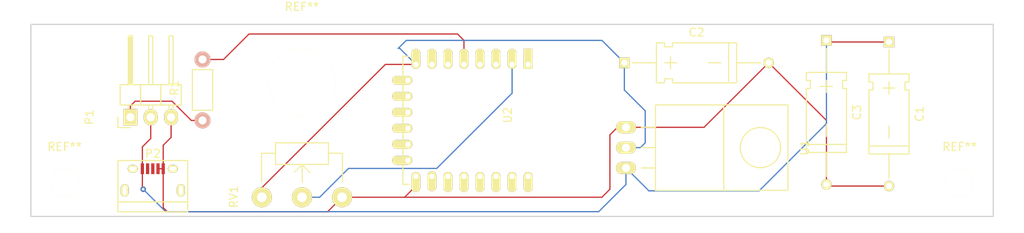
<source format=kicad_pcb>
(kicad_pcb (version 4) (host pcbnew 4.0.4+dfsg1-stable)

  (general
    (links 18)
    (no_connects 0)
    (area 67.124999 84.124999 187.275001 108.275001)
    (thickness 1.6)
    (drawings 5)
    (tracks 66)
    (zones 0)
    (modules 12)
    (nets 7)
  )

  (page A4)
  (layers
    (0 F.Cu signal)
    (31 B.Cu signal)
    (32 B.Adhes user)
    (33 F.Adhes user)
    (34 B.Paste user)
    (35 F.Paste user)
    (36 B.SilkS user)
    (37 F.SilkS user)
    (38 B.Mask user)
    (39 F.Mask user)
    (40 Dwgs.User user)
    (41 Cmts.User user)
    (42 Eco1.User user)
    (43 Eco2.User user)
    (44 Edge.Cuts user)
    (45 Margin user)
    (46 B.CrtYd user)
    (47 F.CrtYd user)
    (48 B.Fab user)
    (49 F.Fab user)
  )

  (setup
    (last_trace_width 0.1524)
    (trace_clearance 0.1524)
    (zone_clearance 0.508)
    (zone_45_only yes)
    (trace_min 0.1524)
    (segment_width 0.2)
    (edge_width 0.15)
    (via_size 0.6858)
    (via_drill 0.3302)
    (via_min_size 0.6858)
    (via_min_drill 0.3302)
    (uvia_size 0.762)
    (uvia_drill 0.508)
    (uvias_allowed no)
    (uvia_min_size 0)
    (uvia_min_drill 0)
    (pcb_text_width 0.3)
    (pcb_text_size 1.5 1.5)
    (mod_edge_width 0.15)
    (mod_text_size 1 1)
    (mod_text_width 0.15)
    (pad_size 1.524 1.524)
    (pad_drill 0.762)
    (pad_to_mask_clearance 0.2)
    (aux_axis_origin 0 0)
    (visible_elements FFFFFF7F)
    (pcbplotparams
      (layerselection 0x00030_80000001)
      (usegerberextensions false)
      (excludeedgelayer true)
      (linewidth 0.100000)
      (plotframeref false)
      (viasonmask false)
      (mode 1)
      (useauxorigin false)
      (hpglpennumber 1)
      (hpglpenspeed 20)
      (hpglpendiameter 15)
      (hpglpenoverlay 2)
      (psnegative false)
      (psa4output false)
      (plotreference true)
      (plotvalue true)
      (plotinvisibletext false)
      (padsonsilk false)
      (subtractmaskfromsilk false)
      (outputformat 1)
      (mirror false)
      (drillshape 1)
      (scaleselection 1)
      (outputdirectory ""))
  )

  (net 0 "")
  (net 1 GND)
  (net 2 "Net-(C2-Pad1)")
  (net 3 "Net-(P1-Pad1)")
  (net 4 "Net-(R1-Pad2)")
  (net 5 "Net-(RV1-Pad2)")
  (net 6 "Net-(C1-Pad1)")

  (net_class Default "This is the default net class."
    (clearance 0.1524)
    (trace_width 0.1524)
    (via_dia 0.6858)
    (via_drill 0.3302)
    (uvia_dia 0.762)
    (uvia_drill 0.508)
    (add_net GND)
    (add_net "Net-(C1-Pad1)")
    (add_net "Net-(C2-Pad1)")
    (add_net "Net-(P1-Pad1)")
    (add_net "Net-(R1-Pad2)")
    (add_net "Net-(RV1-Pad2)")
  )

  (module Capacitors_ThroughHole:C_Axial_D5_L11_P18 (layer F.Cu) (tedit 0) (tstamp 58BC6877)
    (at 174.2 86.4 270)
    (descr "Axial Electrolytic Capacitor Diameter 5mm x Length 11mm, Pitch 18mm")
    (tags "Electrolytic Capacitor")
    (path /58BC6897)
    (fp_text reference C1 (at 9 -3.8 270) (layer F.SilkS)
      (effects (font (size 1 1) (thickness 0.15)))
    )
    (fp_text value 100nF (at 9 3.8 270) (layer F.Fab)
      (effects (font (size 1 1) (thickness 0.15)))
    )
    (fp_line (start 6 2.5) (end 14 2.5) (layer F.SilkS) (width 0.15))
    (fp_line (start 5 2.5) (end 4 2.5) (layer F.SilkS) (width 0.15))
    (fp_line (start 5 -2.5) (end 4 -2.5) (layer F.SilkS) (width 0.15))
    (fp_line (start 14 -2.5) (end 6 -2.5) (layer F.SilkS) (width 0.15))
    (fp_line (start 14 2.5) (end 14 -2.5) (layer F.SilkS) (width 0.15))
    (fp_line (start 13 -2.5) (end 13 2.5) (layer F.SilkS) (width 0.15))
    (fp_line (start 4 2.5) (end 4 -2.5) (layer F.SilkS) (width 0.15))
    (fp_line (start 6 2.5) (end 6 2) (layer F.SilkS) (width 0.15))
    (fp_line (start 6 2) (end 5 2) (layer F.SilkS) (width 0.15))
    (fp_line (start 5 2) (end 5 2.5) (layer F.SilkS) (width 0.15))
    (fp_line (start 5 -2.5) (end 5 -2) (layer F.SilkS) (width 0.15))
    (fp_line (start 5 -2) (end 6 -2) (layer F.SilkS) (width 0.15))
    (fp_line (start 6 -2) (end 6 -2.5) (layer F.SilkS) (width 0.15))
    (fp_line (start 17 0) (end 14 0) (layer F.SilkS) (width 0.15))
    (fp_line (start 4 0) (end 1 0) (layer F.SilkS) (width 0.15))
    (fp_line (start 10.5 0) (end 12 0) (layer F.SilkS) (width 0.15))
    (fp_line (start 5 0) (end 6.5 0) (layer F.SilkS) (width 0.15))
    (fp_line (start 5.75 0.75) (end 5.75 -0.75) (layer F.SilkS) (width 0.15))
    (fp_line (start -1 -2.8) (end 19 -2.8) (layer F.CrtYd) (width 0.05))
    (fp_line (start 19 -2.8) (end 19 2.8) (layer F.CrtYd) (width 0.05))
    (fp_line (start 19 2.8) (end -1 2.8) (layer F.CrtYd) (width 0.05))
    (fp_line (start -1 2.8) (end -1 -2.8) (layer F.CrtYd) (width 0.05))
    (pad 1 thru_hole rect (at 0 0 270) (size 1.3 1.3) (drill 0.8) (layers *.Cu *.Mask F.SilkS)
      (net 6 "Net-(C1-Pad1)"))
    (pad 2 thru_hole circle (at 18 0 270) (size 1.3 1.3) (drill 0.8) (layers *.Cu *.Mask F.SilkS)
      (net 1 GND))
    (model Capacitors_ThroughHole.3dshapes/C_Axial_D5_L11_P18.wrl
      (at (xyz 0.354331 0 0))
      (scale (xyz 1 1 1))
      (rotate (xyz 0 0 180))
    )
  )

  (module Capacitors_ThroughHole:C_Axial_D5_L11_P18 (layer F.Cu) (tedit 0) (tstamp 58BC687D)
    (at 141.2 89)
    (descr "Axial Electrolytic Capacitor Diameter 5mm x Length 11mm, Pitch 18mm")
    (tags "Electrolytic Capacitor")
    (path /58BC693B)
    (fp_text reference C2 (at 9 -3.8) (layer F.SilkS)
      (effects (font (size 1 1) (thickness 0.15)))
    )
    (fp_text value 10uF (at 9 3.8) (layer F.Fab)
      (effects (font (size 1 1) (thickness 0.15)))
    )
    (fp_line (start 6 2.5) (end 14 2.5) (layer F.SilkS) (width 0.15))
    (fp_line (start 5 2.5) (end 4 2.5) (layer F.SilkS) (width 0.15))
    (fp_line (start 5 -2.5) (end 4 -2.5) (layer F.SilkS) (width 0.15))
    (fp_line (start 14 -2.5) (end 6 -2.5) (layer F.SilkS) (width 0.15))
    (fp_line (start 14 2.5) (end 14 -2.5) (layer F.SilkS) (width 0.15))
    (fp_line (start 13 -2.5) (end 13 2.5) (layer F.SilkS) (width 0.15))
    (fp_line (start 4 2.5) (end 4 -2.5) (layer F.SilkS) (width 0.15))
    (fp_line (start 6 2.5) (end 6 2) (layer F.SilkS) (width 0.15))
    (fp_line (start 6 2) (end 5 2) (layer F.SilkS) (width 0.15))
    (fp_line (start 5 2) (end 5 2.5) (layer F.SilkS) (width 0.15))
    (fp_line (start 5 -2.5) (end 5 -2) (layer F.SilkS) (width 0.15))
    (fp_line (start 5 -2) (end 6 -2) (layer F.SilkS) (width 0.15))
    (fp_line (start 6 -2) (end 6 -2.5) (layer F.SilkS) (width 0.15))
    (fp_line (start 17 0) (end 14 0) (layer F.SilkS) (width 0.15))
    (fp_line (start 4 0) (end 1 0) (layer F.SilkS) (width 0.15))
    (fp_line (start 10.5 0) (end 12 0) (layer F.SilkS) (width 0.15))
    (fp_line (start 5 0) (end 6.5 0) (layer F.SilkS) (width 0.15))
    (fp_line (start 5.75 0.75) (end 5.75 -0.75) (layer F.SilkS) (width 0.15))
    (fp_line (start -1 -2.8) (end 19 -2.8) (layer F.CrtYd) (width 0.05))
    (fp_line (start 19 -2.8) (end 19 2.8) (layer F.CrtYd) (width 0.05))
    (fp_line (start 19 2.8) (end -1 2.8) (layer F.CrtYd) (width 0.05))
    (fp_line (start -1 2.8) (end -1 -2.8) (layer F.CrtYd) (width 0.05))
    (pad 1 thru_hole rect (at 0 0) (size 1.3 1.3) (drill 0.8) (layers *.Cu *.Mask F.SilkS)
      (net 2 "Net-(C2-Pad1)"))
    (pad 2 thru_hole circle (at 18 0) (size 1.3 1.3) (drill 0.8) (layers *.Cu *.Mask F.SilkS)
      (net 1 GND))
    (model Capacitors_ThroughHole.3dshapes/C_Axial_D5_L11_P18.wrl
      (at (xyz 0.354331 0 0))
      (scale (xyz 1 1 1))
      (rotate (xyz 0 0 180))
    )
  )

  (module Capacitors_ThroughHole:C_Axial_D5_L11_P18 (layer F.Cu) (tedit 0) (tstamp 58BC6883)
    (at 166.4 86.2 270)
    (descr "Axial Electrolytic Capacitor Diameter 5mm x Length 11mm, Pitch 18mm")
    (tags "Electrolytic Capacitor")
    (path /58BC6555)
    (fp_text reference C3 (at 9 -3.8 270) (layer F.SilkS)
      (effects (font (size 1 1) (thickness 0.15)))
    )
    (fp_text value 100uF (at 9 3.8 270) (layer F.Fab)
      (effects (font (size 1 1) (thickness 0.15)))
    )
    (fp_line (start 6 2.5) (end 14 2.5) (layer F.SilkS) (width 0.15))
    (fp_line (start 5 2.5) (end 4 2.5) (layer F.SilkS) (width 0.15))
    (fp_line (start 5 -2.5) (end 4 -2.5) (layer F.SilkS) (width 0.15))
    (fp_line (start 14 -2.5) (end 6 -2.5) (layer F.SilkS) (width 0.15))
    (fp_line (start 14 2.5) (end 14 -2.5) (layer F.SilkS) (width 0.15))
    (fp_line (start 13 -2.5) (end 13 2.5) (layer F.SilkS) (width 0.15))
    (fp_line (start 4 2.5) (end 4 -2.5) (layer F.SilkS) (width 0.15))
    (fp_line (start 6 2.5) (end 6 2) (layer F.SilkS) (width 0.15))
    (fp_line (start 6 2) (end 5 2) (layer F.SilkS) (width 0.15))
    (fp_line (start 5 2) (end 5 2.5) (layer F.SilkS) (width 0.15))
    (fp_line (start 5 -2.5) (end 5 -2) (layer F.SilkS) (width 0.15))
    (fp_line (start 5 -2) (end 6 -2) (layer F.SilkS) (width 0.15))
    (fp_line (start 6 -2) (end 6 -2.5) (layer F.SilkS) (width 0.15))
    (fp_line (start 17 0) (end 14 0) (layer F.SilkS) (width 0.15))
    (fp_line (start 4 0) (end 1 0) (layer F.SilkS) (width 0.15))
    (fp_line (start 10.5 0) (end 12 0) (layer F.SilkS) (width 0.15))
    (fp_line (start 5 0) (end 6.5 0) (layer F.SilkS) (width 0.15))
    (fp_line (start 5.75 0.75) (end 5.75 -0.75) (layer F.SilkS) (width 0.15))
    (fp_line (start -1 -2.8) (end 19 -2.8) (layer F.CrtYd) (width 0.05))
    (fp_line (start 19 -2.8) (end 19 2.8) (layer F.CrtYd) (width 0.05))
    (fp_line (start 19 2.8) (end -1 2.8) (layer F.CrtYd) (width 0.05))
    (fp_line (start -1 2.8) (end -1 -2.8) (layer F.CrtYd) (width 0.05))
    (pad 1 thru_hole rect (at 0 0 270) (size 1.3 1.3) (drill 0.8) (layers *.Cu *.Mask F.SilkS)
      (net 6 "Net-(C1-Pad1)"))
    (pad 2 thru_hole circle (at 18 0 270) (size 1.3 1.3) (drill 0.8) (layers *.Cu *.Mask F.SilkS)
      (net 1 GND))
    (model Capacitors_ThroughHole.3dshapes/C_Axial_D5_L11_P18.wrl
      (at (xyz 0.354331 0 0))
      (scale (xyz 1 1 1))
      (rotate (xyz 0 0 180))
    )
  )

  (module Pin_Headers:Pin_Header_Angled_1x03 (layer F.Cu) (tedit 0) (tstamp 58BC688A)
    (at 79.6 95.8 90)
    (descr "Through hole pin header")
    (tags "pin header")
    (path /58BC631B)
    (fp_text reference P1 (at 0 -5.1 90) (layer F.SilkS)
      (effects (font (size 1 1) (thickness 0.15)))
    )
    (fp_text value CONN_01X03 (at 0 -3.1 90) (layer F.Fab)
      (effects (font (size 1 1) (thickness 0.15)))
    )
    (fp_line (start -1.5 -1.75) (end -1.5 6.85) (layer F.CrtYd) (width 0.05))
    (fp_line (start 10.65 -1.75) (end 10.65 6.85) (layer F.CrtYd) (width 0.05))
    (fp_line (start -1.5 -1.75) (end 10.65 -1.75) (layer F.CrtYd) (width 0.05))
    (fp_line (start -1.5 6.85) (end 10.65 6.85) (layer F.CrtYd) (width 0.05))
    (fp_line (start -1.3 -1.55) (end -1.3 0) (layer F.SilkS) (width 0.15))
    (fp_line (start 0 -1.55) (end -1.3 -1.55) (layer F.SilkS) (width 0.15))
    (fp_line (start 4.191 -0.127) (end 10.033 -0.127) (layer F.SilkS) (width 0.15))
    (fp_line (start 10.033 -0.127) (end 10.033 0.127) (layer F.SilkS) (width 0.15))
    (fp_line (start 10.033 0.127) (end 4.191 0.127) (layer F.SilkS) (width 0.15))
    (fp_line (start 4.191 0.127) (end 4.191 0) (layer F.SilkS) (width 0.15))
    (fp_line (start 4.191 0) (end 10.033 0) (layer F.SilkS) (width 0.15))
    (fp_line (start 1.524 -0.254) (end 1.143 -0.254) (layer F.SilkS) (width 0.15))
    (fp_line (start 1.524 0.254) (end 1.143 0.254) (layer F.SilkS) (width 0.15))
    (fp_line (start 1.524 2.286) (end 1.143 2.286) (layer F.SilkS) (width 0.15))
    (fp_line (start 1.524 2.794) (end 1.143 2.794) (layer F.SilkS) (width 0.15))
    (fp_line (start 1.524 4.826) (end 1.143 4.826) (layer F.SilkS) (width 0.15))
    (fp_line (start 1.524 5.334) (end 1.143 5.334) (layer F.SilkS) (width 0.15))
    (fp_line (start 4.064 1.27) (end 4.064 -1.27) (layer F.SilkS) (width 0.15))
    (fp_line (start 10.16 0.254) (end 4.064 0.254) (layer F.SilkS) (width 0.15))
    (fp_line (start 10.16 -0.254) (end 10.16 0.254) (layer F.SilkS) (width 0.15))
    (fp_line (start 4.064 -0.254) (end 10.16 -0.254) (layer F.SilkS) (width 0.15))
    (fp_line (start 1.524 1.27) (end 4.064 1.27) (layer F.SilkS) (width 0.15))
    (fp_line (start 1.524 -1.27) (end 1.524 1.27) (layer F.SilkS) (width 0.15))
    (fp_line (start 1.524 -1.27) (end 4.064 -1.27) (layer F.SilkS) (width 0.15))
    (fp_line (start 1.524 3.81) (end 4.064 3.81) (layer F.SilkS) (width 0.15))
    (fp_line (start 1.524 3.81) (end 1.524 6.35) (layer F.SilkS) (width 0.15))
    (fp_line (start 4.064 4.826) (end 10.16 4.826) (layer F.SilkS) (width 0.15))
    (fp_line (start 10.16 4.826) (end 10.16 5.334) (layer F.SilkS) (width 0.15))
    (fp_line (start 10.16 5.334) (end 4.064 5.334) (layer F.SilkS) (width 0.15))
    (fp_line (start 4.064 6.35) (end 4.064 3.81) (layer F.SilkS) (width 0.15))
    (fp_line (start 4.064 3.81) (end 4.064 1.27) (layer F.SilkS) (width 0.15))
    (fp_line (start 10.16 2.794) (end 4.064 2.794) (layer F.SilkS) (width 0.15))
    (fp_line (start 10.16 2.286) (end 10.16 2.794) (layer F.SilkS) (width 0.15))
    (fp_line (start 4.064 2.286) (end 10.16 2.286) (layer F.SilkS) (width 0.15))
    (fp_line (start 1.524 3.81) (end 4.064 3.81) (layer F.SilkS) (width 0.15))
    (fp_line (start 1.524 1.27) (end 1.524 3.81) (layer F.SilkS) (width 0.15))
    (fp_line (start 1.524 1.27) (end 4.064 1.27) (layer F.SilkS) (width 0.15))
    (fp_line (start 1.524 6.35) (end 4.064 6.35) (layer F.SilkS) (width 0.15))
    (pad 1 thru_hole rect (at 0 0 90) (size 2.032 1.7272) (drill 1.016) (layers *.Cu *.Mask F.SilkS)
      (net 3 "Net-(P1-Pad1)"))
    (pad 2 thru_hole oval (at 0 2.54 90) (size 2.032 1.7272) (drill 1.016) (layers *.Cu *.Mask F.SilkS)
      (net 6 "Net-(C1-Pad1)"))
    (pad 3 thru_hole oval (at 0 5.08 90) (size 2.032 1.7272) (drill 1.016) (layers *.Cu *.Mask F.SilkS)
      (net 1 GND))
    (model Pin_Headers.3dshapes/Pin_Header_Angled_1x03.wrl
      (at (xyz 0 -0.1 0))
      (scale (xyz 1 1 1))
      (rotate (xyz 0 0 90))
    )
  )

  (module Resistors_ThroughHole:Resistor_Horizontal_RM7mm (layer F.Cu) (tedit 569FCF07) (tstamp 58BC6890)
    (at 88.6 96.2 90)
    (descr "Resistor, Axial,  RM 7.62mm, 1/3W,")
    (tags "Resistor Axial RM 7.62mm 1/3W R3")
    (path /58BC6467)
    (fp_text reference R1 (at 4.05892 -3.50012 90) (layer F.SilkS)
      (effects (font (size 1 1) (thickness 0.15)))
    )
    (fp_text value 1kOhm (at 3.81 3.81 90) (layer F.Fab)
      (effects (font (size 1 1) (thickness 0.15)))
    )
    (fp_line (start -1.25 -1.5) (end 8.85 -1.5) (layer F.CrtYd) (width 0.05))
    (fp_line (start -1.25 1.5) (end -1.25 -1.5) (layer F.CrtYd) (width 0.05))
    (fp_line (start 8.85 -1.5) (end 8.85 1.5) (layer F.CrtYd) (width 0.05))
    (fp_line (start -1.25 1.5) (end 8.85 1.5) (layer F.CrtYd) (width 0.05))
    (fp_line (start 1.27 -1.27) (end 6.35 -1.27) (layer F.SilkS) (width 0.15))
    (fp_line (start 6.35 -1.27) (end 6.35 1.27) (layer F.SilkS) (width 0.15))
    (fp_line (start 6.35 1.27) (end 1.27 1.27) (layer F.SilkS) (width 0.15))
    (fp_line (start 1.27 1.27) (end 1.27 -1.27) (layer F.SilkS) (width 0.15))
    (pad 1 thru_hole circle (at 0 0 90) (size 1.99898 1.99898) (drill 1.00076) (layers *.Cu *.SilkS *.Mask)
      (net 3 "Net-(P1-Pad1)"))
    (pad 2 thru_hole circle (at 7.62 0 90) (size 1.99898 1.99898) (drill 1.00076) (layers *.Cu *.SilkS *.Mask)
      (net 4 "Net-(R1-Pad2)"))
  )

  (module Potentiometers:Potentiometer_WirePads_largePads (layer F.Cu) (tedit 5446FD75) (tstamp 58BC6897)
    (at 96 105.8 90)
    (descr "Potentiometer, Wire Pads only, RevA, 30 July 2010,")
    (tags "Potentiometer, Wire Pads only, RevA, 30 July 2010,")
    (path /58BC60B2)
    (fp_text reference RV1 (at 0.0508 -3.49758 90) (layer F.SilkS)
      (effects (font (size 1 1) (thickness 0.15)))
    )
    (fp_text value 10kOhm (at -1.34874 13.25118 90) (layer F.Fab)
      (effects (font (size 1 1) (thickness 0.15)))
    )
    (fp_line (start 5.4991 10.05078) (end 1.95072 10.05078) (layer F.SilkS) (width 0.15))
    (fp_line (start 5.4991 8.30072) (end 5.4991 10.05078) (layer F.SilkS) (width 0.15))
    (fp_line (start 5.4991 1.7018) (end 5.4991 -0.04826) (layer F.SilkS) (width 0.15))
    (fp_line (start 5.4991 -0.04826) (end 1.89992 -0.04826) (layer F.SilkS) (width 0.15))
    (fp_line (start 4.09956 5.00126) (end 1.84912 5.05206) (layer F.SilkS) (width 0.15))
    (fp_line (start 4.09956 5.00126) (end 3.0988 5.95122) (layer F.SilkS) (width 0.15))
    (fp_line (start 4.09956 5.05206) (end 3.1496 4.0513) (layer F.SilkS) (width 0.15))
    (fp_line (start 4.09956 1.7018) (end 6.79958 1.7018) (layer F.SilkS) (width 0.15))
    (fp_line (start 6.79958 1.7018) (end 6.79958 8.30072) (layer F.SilkS) (width 0.15))
    (fp_line (start 6.79958 8.30072) (end 4.09956 8.30072) (layer F.SilkS) (width 0.15))
    (fp_line (start 4.09956 8.30072) (end 4.09956 1.7018) (layer F.SilkS) (width 0.15))
    (pad 2 thru_hole circle (at 0 5.00126 90) (size 2.49936 2.49936) (drill 1.19888) (layers *.Cu *.Mask F.SilkS)
      (net 5 "Net-(RV1-Pad2)"))
    (pad 3 thru_hole circle (at 0 10.00252 90) (size 2.49936 2.49936) (drill 1.19888) (layers *.Cu *.Mask F.SilkS)
      (net 1 GND))
    (pad 1 thru_hole circle (at 0 0 90) (size 2.49936 2.49936) (drill 1.19888) (layers *.Cu *.Mask F.SilkS)
      (net 2 "Net-(C2-Pad1)"))
  )

  (module ESP8266:ESP-12E (layer F.Cu) (tedit 58B47889) (tstamp 58BC68B9)
    (at 129.2 89.2 270)
    (descr "Module, ESP-8266, ESP-12, 16 pad, SMD")
    (tags "Module ESP-8266 ESP8266")
    (path /58BC5888)
    (fp_text reference U2 (at 6.35 2.54 270) (layer F.SilkS)
      (effects (font (size 1 1) (thickness 0.15)))
    )
    (fp_text value ESP-12E (at 6.35 6.35 270) (layer F.Fab) hide
      (effects (font (size 1 1) (thickness 0.15)))
    )
    (fp_line (start -2.25 -0.5) (end -2.25 -8.75) (layer F.CrtYd) (width 0.05))
    (fp_line (start -2.25 -8.75) (end 15.25 -8.75) (layer F.CrtYd) (width 0.05))
    (fp_line (start 15.25 -8.75) (end 16.25 -8.75) (layer F.CrtYd) (width 0.05))
    (fp_line (start 16.25 -8.75) (end 16.25 16) (layer F.CrtYd) (width 0.05))
    (fp_line (start 16.25 16) (end -2.25 16) (layer F.CrtYd) (width 0.05))
    (fp_line (start -2.25 16) (end -2.25 -0.5) (layer F.CrtYd) (width 0.05))
    (fp_line (start -1.016 -8.382) (end 14.986 -8.382) (layer F.CrtYd) (width 0.1524))
    (fp_line (start 14.986 -8.382) (end 14.986 -0.889) (layer F.CrtYd) (width 0.1524))
    (fp_line (start -1.016 -8.382) (end -1.016 -1.016) (layer F.CrtYd) (width 0.1524))
    (fp_line (start -1.016 14.859) (end -1.016 15.621) (layer F.SilkS) (width 0.1524))
    (fp_line (start -1.016 15.621) (end 14.986 15.621) (layer F.SilkS) (width 0.1524))
    (fp_line (start 14.986 15.621) (end 14.986 14.859) (layer F.SilkS) (width 0.1524))
    (fp_line (start 14.992 -8.4) (end -1.008 -2.6) (layer F.CrtYd) (width 0.1524))
    (fp_line (start -1.008 -8.4) (end 14.992 -2.6) (layer F.CrtYd) (width 0.1524))
    (fp_text user "No Copper" (at 6.892 -5.4 270) (layer F.CrtYd)
      (effects (font (size 1 1) (thickness 0.15)))
    )
    (fp_line (start -1.008 -2.6) (end 14.992 -2.6) (layer F.CrtYd) (width 0.1524))
    (fp_line (start 15 -8.4) (end 15 15.6) (layer F.Fab) (width 0.05))
    (fp_line (start 14.992 15.6) (end -1.008 15.6) (layer F.Fab) (width 0.05))
    (fp_line (start -1.008 15.6) (end -1.008 -8.4) (layer F.Fab) (width 0.05))
    (fp_line (start -1.008 -8.4) (end 14.992 -8.4) (layer F.Fab) (width 0.05))
    (pad 1 thru_hole rect (at 0 0 270) (size 2.5 1.1) (drill 0.65 (offset -0.7 0)) (layers *.Cu *.Mask F.SilkS))
    (pad 2 thru_hole oval (at 0 2 270) (size 2.5 1.1) (drill 0.65 (offset -0.7 0)) (layers *.Cu *.Mask F.SilkS)
      (net 5 "Net-(RV1-Pad2)"))
    (pad 3 thru_hole oval (at 0 4 270) (size 2.5 1.1) (drill 0.65 (offset -0.7 0)) (layers *.Cu *.Mask F.SilkS))
    (pad 4 thru_hole oval (at 0 6 270) (size 2.5 1.1) (drill 0.65 (offset -0.7 0)) (layers *.Cu *.Mask F.SilkS))
    (pad 5 thru_hole oval (at 0 8 270) (size 2.5 1.1) (drill 0.65 (offset -0.7 0)) (layers *.Cu *.Mask F.SilkS)
      (net 4 "Net-(R1-Pad2)"))
    (pad 6 thru_hole oval (at 0 10 270) (size 2.5 1.1) (drill 0.65 (offset -0.7 0)) (layers *.Cu *.Mask F.SilkS))
    (pad 7 thru_hole oval (at 0 12 270) (size 2.5 1.1) (drill 0.65 (offset -0.7 0)) (layers *.Cu *.Mask F.SilkS))
    (pad 8 thru_hole oval (at 0 14 270) (size 2.5 1.1) (drill 0.65 (offset -0.7 0)) (layers *.Cu *.Mask F.SilkS)
      (net 2 "Net-(C2-Pad1)"))
    (pad 9 thru_hole oval (at 14 14 270) (size 2.5 1.1) (drill 0.65 (offset 0.7 0)) (layers *.Cu *.Mask F.SilkS)
      (net 1 GND))
    (pad 10 thru_hole oval (at 14 12 270) (size 2.5 1.1) (drill 0.65 (offset 0.6 0)) (layers *.Cu *.Mask F.SilkS))
    (pad 11 thru_hole oval (at 14 10 270) (size 2.5 1.1) (drill 0.65 (offset 0.7 0)) (layers *.Cu *.Mask F.SilkS))
    (pad 12 thru_hole oval (at 14 8 270) (size 2.5 1.1) (drill 0.65 (offset 0.7 0)) (layers *.Cu *.Mask F.SilkS))
    (pad 13 thru_hole oval (at 14 6 270) (size 2.5 1.1) (drill 0.65 (offset 0.7 0)) (layers *.Cu *.Mask F.SilkS))
    (pad 14 thru_hole oval (at 14 4 270) (size 2.5 1.1) (drill 0.65 (offset 0.7 0)) (layers *.Cu *.Mask F.SilkS))
    (pad 15 thru_hole oval (at 14 2 270) (size 2.5 1.1) (drill 0.65 (offset 0.7 0)) (layers *.Cu *.Mask F.SilkS))
    (pad 16 thru_hole oval (at 14 0 270) (size 2.5 1.1) (drill 0.65 (offset 0.7 0)) (layers *.Cu *.Mask F.SilkS))
    (pad 17 thru_hole oval (at 1.99 15) (size 2.5 1.1) (drill 0.65 (offset -0.7 0)) (layers *.Cu *.Mask F.SilkS))
    (pad 18 thru_hole oval (at 3.99 15) (size 2.5 1.1) (drill 0.65 (offset -0.7 0)) (layers *.Cu *.Mask F.SilkS))
    (pad 19 thru_hole oval (at 5.99 15) (size 2.5 1.1) (drill 0.65 (offset -0.7 0)) (layers *.Cu *.Mask F.SilkS))
    (pad 20 thru_hole oval (at 7.99 15) (size 2.5 1.1) (drill 0.65 (offset -0.7 0)) (layers *.Cu *.Mask F.SilkS))
    (pad 21 thru_hole oval (at 9.99 15) (size 2.5 1.1) (drill 0.65 (offset -0.7 0)) (layers *.Cu *.Mask F.SilkS))
    (pad 22 thru_hole oval (at 11.99 15) (size 2.5 1.1) (drill 0.65 (offset -0.7 0)) (layers *.Cu *.Mask F.SilkS))
    (model ${ESPLIB}/ESP8266.3dshapes/ESP-12.wrl
      (at (xyz 0 0 0))
      (scale (xyz 0.3937 0.3937 0.3937))
      (rotate (xyz 0 0 0))
    )
  )

  (module Connect:USB_Micro-B (layer F.Cu) (tedit 5543E447) (tstamp 58BC6EC8)
    (at 82.4 103.8)
    (descr "Micro USB Type B Receptacle")
    (tags "USB USB_B USB_micro USB_OTG")
    (path /58BC6E76)
    (attr smd)
    (fp_text reference P2 (at 0 -3.45) (layer F.SilkS)
      (effects (font (size 1 1) (thickness 0.15)))
    )
    (fp_text value USB_A (at 0 4.8) (layer F.Fab)
      (effects (font (size 1 1) (thickness 0.15)))
    )
    (fp_line (start -4.6 -2.8) (end 4.6 -2.8) (layer F.CrtYd) (width 0.05))
    (fp_line (start 4.6 -2.8) (end 4.6 4.05) (layer F.CrtYd) (width 0.05))
    (fp_line (start 4.6 4.05) (end -4.6 4.05) (layer F.CrtYd) (width 0.05))
    (fp_line (start -4.6 4.05) (end -4.6 -2.8) (layer F.CrtYd) (width 0.05))
    (fp_line (start -4.3509 3.81746) (end 4.3491 3.81746) (layer F.SilkS) (width 0.15))
    (fp_line (start -4.3509 -2.58754) (end 4.3491 -2.58754) (layer F.SilkS) (width 0.15))
    (fp_line (start 4.3491 -2.58754) (end 4.3491 3.81746) (layer F.SilkS) (width 0.15))
    (fp_line (start 4.3491 2.58746) (end -4.3509 2.58746) (layer F.SilkS) (width 0.15))
    (fp_line (start -4.3509 3.81746) (end -4.3509 -2.58754) (layer F.SilkS) (width 0.15))
    (pad 1 smd rect (at -1.3009 -1.56254 90) (size 1.35 0.4) (layers F.Cu F.Paste F.Mask)
      (net 6 "Net-(C1-Pad1)"))
    (pad 2 smd rect (at -0.6509 -1.56254 90) (size 1.35 0.4) (layers F.Cu F.Paste F.Mask))
    (pad 3 smd rect (at -0.0009 -1.56254 90) (size 1.35 0.4) (layers F.Cu F.Paste F.Mask))
    (pad 4 smd rect (at 0.6491 -1.56254 90) (size 1.35 0.4) (layers F.Cu F.Paste F.Mask)
      (net 1 GND))
    (pad 5 smd rect (at 1.2991 -1.56254 90) (size 1.35 0.4) (layers F.Cu F.Paste F.Mask)
      (net 1 GND))
    (pad 6 thru_hole oval (at -2.5009 -1.56254 90) (size 0.95 1.25) (drill oval 0.55 0.85) (layers *.Cu *.Mask F.SilkS))
    (pad 6 thru_hole oval (at 2.4991 -1.56254 90) (size 0.95 1.25) (drill oval 0.55 0.85) (layers *.Cu *.Mask F.SilkS))
    (pad 6 thru_hole oval (at -3.5009 1.13746 90) (size 1.55 1) (drill oval 1.15 0.5) (layers *.Cu *.Mask F.SilkS))
    (pad 6 thru_hole oval (at 3.4991 1.13746 90) (size 1.55 1) (drill oval 1.15 0.5) (layers *.Cu *.Mask F.SilkS))
  )

  (module TO_SOT_Packages_THT:TO-220_Neutral123_Horizontal (layer F.Cu) (tedit 0) (tstamp 58BC6EC9)
    (at 141.4 99.6 270)
    (descr "TO-220, Neutral, Horizontal,")
    (tags "TO-220, Neutral, Horizontal,")
    (path /58BC5F84)
    (fp_text reference U1 (at 0 -22.3012 270) (layer F.SilkS)
      (effects (font (size 1 1) (thickness 0.15)))
    )
    (fp_text value LD1117S33TR (at -0.29972 3.44932 270) (layer F.Fab)
      (effects (font (size 1 1) (thickness 0.15)))
    )
    (fp_circle (center 0 -16.764) (end 1.778 -14.986) (layer F.SilkS) (width 0.15))
    (fp_line (start -2.54 -3.683) (end -2.54 -1.905) (layer F.SilkS) (width 0.15))
    (fp_line (start 0 -3.683) (end 0 -1.905) (layer F.SilkS) (width 0.15))
    (fp_line (start 2.54 -3.683) (end 2.54 -1.905) (layer F.SilkS) (width 0.15))
    (fp_line (start 5.334 -12.192) (end 5.334 -20.193) (layer F.SilkS) (width 0.15))
    (fp_line (start 5.334 -20.193) (end -5.334 -20.193) (layer F.SilkS) (width 0.15))
    (fp_line (start -5.334 -20.193) (end -5.334 -12.192) (layer F.SilkS) (width 0.15))
    (fp_line (start 5.334 -3.683) (end 5.334 -12.192) (layer F.SilkS) (width 0.15))
    (fp_line (start 5.334 -12.192) (end -5.334 -12.192) (layer F.SilkS) (width 0.15))
    (fp_line (start -5.334 -12.192) (end -5.334 -3.683) (layer F.SilkS) (width 0.15))
    (fp_line (start 0 -3.683) (end -5.334 -3.683) (layer F.SilkS) (width 0.15))
    (fp_line (start 0 -3.683) (end 5.334 -3.683) (layer F.SilkS) (width 0.15))
    (pad 2 thru_hole oval (at 0 0) (size 2.49936 1.50114) (drill 1.00076) (layers *.Cu *.Mask F.SilkS)
      (net 2 "Net-(C2-Pad1)"))
    (pad 1 thru_hole oval (at -2.54 0) (size 2.49936 1.50114) (drill 1.00076) (layers *.Cu *.Mask F.SilkS)
      (net 1 GND))
    (pad 3 thru_hole oval (at 2.54 0) (size 2.49936 1.50114) (drill 1.00076) (layers *.Cu *.Mask F.SilkS)
      (net 6 "Net-(C1-Pad1)"))
    (pad "" np_thru_hole circle (at 0 -16.764) (size 3.79984 3.79984) (drill 3.79984) (layers *.Cu *.Mask F.SilkS))
    (model TO_SOT_Packages_THT.3dshapes/TO-220_Neutral123_Horizontal.wrl
      (at (xyz 0 0 0))
      (scale (xyz 0.3937 0.3937 0.3937))
      (rotate (xyz 0 0 0))
    )
  )

  (module Mounting_Holes:MountingHole_8.4mm_M8 (layer F.Cu) (tedit 56D1B4CB) (tstamp 58BC7370)
    (at 101 91.4)
    (descr "Mounting Hole 8.4mm, no annular, M8")
    (tags "mounting hole 8.4mm no annular m8")
    (fp_text reference REF** (at 0 -9.4) (layer F.SilkS)
      (effects (font (size 1 1) (thickness 0.15)))
    )
    (fp_text value MountingHole_8.4mm_M8 (at 0 9.4) (layer F.Fab)
      (effects (font (size 1 1) (thickness 0.15)))
    )
    (fp_circle (center 0 0) (end 8.4 0) (layer Cmts.User) (width 0.15))
    (fp_circle (center 0 0) (end 8.65 0) (layer F.CrtYd) (width 0.05))
    (pad 1 np_thru_hole circle (at 0 0) (size 8.4 8.4) (drill 8.4) (layers *.Cu *.Mask F.SilkS))
  )

  (module Mounting_Holes:MountingHole_3.5mm (layer F.Cu) (tedit 56D1B4CB) (tstamp 58BC73E2)
    (at 71.4 104)
    (descr "Mounting Hole 3.5mm, no annular")
    (tags "mounting hole 3.5mm no annular")
    (fp_text reference REF** (at 0 -4.5) (layer F.SilkS)
      (effects (font (size 1 1) (thickness 0.15)))
    )
    (fp_text value MountingHole_3.5mm (at 0 4.5) (layer F.Fab)
      (effects (font (size 1 1) (thickness 0.15)))
    )
    (fp_circle (center 0 0) (end 3.5 0) (layer Cmts.User) (width 0.15))
    (fp_circle (center 0 0) (end 3.75 0) (layer F.CrtYd) (width 0.05))
    (pad 1 np_thru_hole circle (at 0 0) (size 3.5 3.5) (drill 3.5) (layers *.Cu *.Mask F.SilkS))
  )

  (module Mounting_Holes:MountingHole_3.5mm (layer F.Cu) (tedit 56D1B4CB) (tstamp 58BC73F6)
    (at 183 104)
    (descr "Mounting Hole 3.5mm, no annular")
    (tags "mounting hole 3.5mm no annular")
    (fp_text reference REF** (at 0 -4.5) (layer F.SilkS)
      (effects (font (size 1 1) (thickness 0.15)))
    )
    (fp_text value MountingHole_3.5mm (at 0 4.5) (layer F.Fab)
      (effects (font (size 1 1) (thickness 0.15)))
    )
    (fp_circle (center 0 0) (end 3.5 0) (layer Cmts.User) (width 0.15))
    (fp_circle (center 0 0) (end 3.75 0) (layer F.CrtYd) (width 0.05))
    (pad 1 np_thru_hole circle (at 0 0) (size 3.5 3.5) (drill 3.5) (layers *.Cu *.Mask F.SilkS))
  )

  (gr_line (start 67.2 108.2) (end 67.2 108) (angle 90) (layer Edge.Cuts) (width 0.15))
  (gr_line (start 187.2 108.2) (end 67.2 108.2) (angle 90) (layer Edge.Cuts) (width 0.15))
  (gr_line (start 187.2 84.2) (end 187.2 108.2) (angle 90) (layer Edge.Cuts) (width 0.15))
  (gr_line (start 67.2 84.2) (end 187.2 84.2) (angle 90) (layer Edge.Cuts) (width 0.15))
  (gr_line (start 67.2 108) (end 67.2 84.2) (angle 90) (layer Edge.Cuts) (width 0.15))

  (segment (start 141.4 97.06) (end 151.14 97.06) (width 0.1524) (layer F.Cu) (net 1))
  (segment (start 151.14 97.06) (end 159.2 89) (width 0.1524) (layer F.Cu) (net 1) (tstamp 58BC7745))
  (segment (start 115.2 103.2) (end 115.2 104.4) (width 0.1524) (layer F.Cu) (net 1))
  (segment (start 115.2 104.4) (end 113.8 105.8) (width 0.1524) (layer F.Cu) (net 1) (tstamp 58BC76BA))
  (segment (start 106.00252 105.8) (end 113.8 105.8) (width 0.1524) (layer F.Cu) (net 1))
  (segment (start 113.8 105.8) (end 138.4 105.8) (width 0.1524) (layer F.Cu) (net 1) (tstamp 58BC76C2))
  (segment (start 139.4 98) (end 140.34 97.06) (width 0.1524) (layer F.Cu) (net 1) (tstamp 58BC76AE))
  (segment (start 139.4 104.8) (end 139.4 98) (width 0.1524) (layer F.Cu) (net 1) (tstamp 58BC76AB))
  (segment (start 138.4 105.8) (end 139.4 104.8) (width 0.1524) (layer F.Cu) (net 1) (tstamp 58BC769D))
  (segment (start 140.34 97.06) (end 141.4 97.06) (width 0.1524) (layer F.Cu) (net 1) (tstamp 58BC76B0))
  (segment (start 166.4 104.2) (end 166.4 96.2) (width 0.1524) (layer F.Cu) (net 1))
  (segment (start 166.4 96.2) (end 159.2 89) (width 0.1524) (layer F.Cu) (net 1) (tstamp 58BC7668))
  (segment (start 174.2 104.4) (end 166.6 104.4) (width 0.1524) (layer F.Cu) (net 1))
  (segment (start 166.6 104.4) (end 166.4 104.2) (width 0.1524) (layer F.Cu) (net 1) (tstamp 58BC765E))
  (segment (start 83.6991 102.23746) (end 83.6991 107.0991) (width 0.1524) (layer F.Cu) (net 1))
  (segment (start 104.20252 107.6) (end 106.00252 105.8) (width 0.1524) (layer F.Cu) (net 1) (tstamp 58BC75EE))
  (segment (start 84.2 107.6) (end 104.20252 107.6) (width 0.1524) (layer F.Cu) (net 1) (tstamp 58BC75EA))
  (segment (start 83.6991 107.0991) (end 84.2 107.6) (width 0.1524) (layer F.Cu) (net 1) (tstamp 58BC75DF))
  (segment (start 83.6991 102.23746) (end 83.0491 102.23746) (width 0.1524) (layer F.Cu) (net 1))
  (segment (start 83.6991 102.23746) (end 83.6991 99.3009) (width 0.1524) (layer F.Cu) (net 1))
  (segment (start 84.68 98.32) (end 84.68 95.8) (width 0.1524) (layer F.Cu) (net 1) (tstamp 58BC7568))
  (segment (start 83.6991 99.3009) (end 84.68 98.32) (width 0.1524) (layer F.Cu) (net 1) (tstamp 58BC7566))
  (segment (start 141.2 89) (end 141.2 92.4) (width 0.1524) (layer B.Cu) (net 2))
  (segment (start 143.2 99.6) (end 141.4 99.6) (width 0.1524) (layer B.Cu) (net 2) (tstamp 58BC7741))
  (segment (start 143.8 99) (end 143.2 99.6) (width 0.1524) (layer B.Cu) (net 2) (tstamp 58BC773F))
  (segment (start 143.8 95) (end 143.8 99) (width 0.1524) (layer B.Cu) (net 2) (tstamp 58BC773D))
  (segment (start 141.2 92.4) (end 143.8 95) (width 0.1524) (layer B.Cu) (net 2) (tstamp 58BC7733))
  (segment (start 141.2 89) (end 138.4 86.2) (width 0.1524) (layer B.Cu) (net 2))
  (segment (start 113.2 87.2) (end 115.2 89.2) (width 0.1524) (layer B.Cu) (net 2) (tstamp 58BC76FE))
  (segment (start 113 87.2) (end 113.2 87.2) (width 0.1524) (layer B.Cu) (net 2) (tstamp 58BC76FA))
  (segment (start 114 86.2) (end 113 87.2) (width 0.1524) (layer B.Cu) (net 2) (tstamp 58BC76EF))
  (segment (start 138.4 86.2) (end 114 86.2) (width 0.1524) (layer B.Cu) (net 2) (tstamp 58BC76ED))
  (segment (start 96 105.8) (end 96 104.6) (width 0.1524) (layer F.Cu) (net 2))
  (segment (start 96 104.6) (end 111.4 89.2) (width 0.1524) (layer F.Cu) (net 2) (tstamp 58BC7686))
  (segment (start 111.4 89.2) (end 115.2 89.2) (width 0.1524) (layer F.Cu) (net 2) (tstamp 58BC768F))
  (segment (start 79.6 95.8) (end 79.6 94.4) (width 0.1524) (layer F.Cu) (net 3))
  (segment (start 87.2 96.2) (end 88.6 96.2) (width 0.1524) (layer F.Cu) (net 3) (tstamp 58BC7586))
  (segment (start 84.8 93.8) (end 87.2 96.2) (width 0.1524) (layer F.Cu) (net 3) (tstamp 58BC757F))
  (segment (start 80.2 93.8) (end 84.8 93.8) (width 0.1524) (layer F.Cu) (net 3) (tstamp 58BC757E))
  (segment (start 79.6 94.4) (end 80.2 93.8) (width 0.1524) (layer F.Cu) (net 3) (tstamp 58BC7579))
  (segment (start 88.6 88.58) (end 91.22 88.58) (width 0.1524) (layer F.Cu) (net 4))
  (segment (start 121.2 86.2) (end 121.2 89.2) (width 0.1524) (layer F.Cu) (net 4) (tstamp 58BC75B3))
  (segment (start 120.4 85.4) (end 121.2 86.2) (width 0.1524) (layer F.Cu) (net 4) (tstamp 58BC75B0))
  (segment (start 94.4 85.4) (end 120.4 85.4) (width 0.1524) (layer F.Cu) (net 4) (tstamp 58BC759E))
  (segment (start 91.22 88.58) (end 94.4 85.4) (width 0.1524) (layer F.Cu) (net 4) (tstamp 58BC759B))
  (segment (start 101.00126 105.8) (end 103.2 105.8) (width 0.1524) (layer B.Cu) (net 5))
  (segment (start 127.2 92.8) (end 127.2 89.2) (width 0.1524) (layer B.Cu) (net 5) (tstamp 58BC779A))
  (segment (start 117.8 102.2) (end 127.2 92.8) (width 0.1524) (layer B.Cu) (net 5) (tstamp 58BC7796))
  (segment (start 106.8 102.2) (end 117.8 102.2) (width 0.1524) (layer B.Cu) (net 5) (tstamp 58BC7792))
  (segment (start 103.2 105.8) (end 106.8 102.2) (width 0.1524) (layer B.Cu) (net 5) (tstamp 58BC778B))
  (segment (start 81.0991 102.23746) (end 81.0991 104.6991) (width 0.1524) (layer F.Cu) (net 6))
  (segment (start 141.4 104.2) (end 141.4 102.14) (width 0.1524) (layer B.Cu) (net 6) (tstamp 58BC77BE))
  (segment (start 138 107.6) (end 141.4 104.2) (width 0.1524) (layer B.Cu) (net 6) (tstamp 58BC77B8))
  (segment (start 84 107.6) (end 138 107.6) (width 0.1524) (layer B.Cu) (net 6) (tstamp 58BC77B2))
  (segment (start 81.2 104.8) (end 84 107.6) (width 0.1524) (layer B.Cu) (net 6) (tstamp 58BC77B1))
  (via (at 81.2 104.8) (size 0.6858) (drill 0.3302) (layers F.Cu B.Cu) (net 6))
  (segment (start 81.0991 104.6991) (end 81.2 104.8) (width 0.1524) (layer F.Cu) (net 6) (tstamp 58BC77A8))
  (segment (start 166.4 86.2) (end 166.4 96.6) (width 0.1524) (layer B.Cu) (net 6))
  (segment (start 166.4 96.6) (end 158 105) (width 0.1524) (layer B.Cu) (net 6) (tstamp 58BC7719))
  (segment (start 158 105) (end 144.26 105) (width 0.1524) (layer B.Cu) (net 6) (tstamp 58BC771F))
  (segment (start 144.26 105) (end 141.4 102.14) (width 0.1524) (layer B.Cu) (net 6) (tstamp 58BC7721))
  (segment (start 174.2 86.4) (end 166.6 86.4) (width 0.1524) (layer F.Cu) (net 6))
  (segment (start 166.6 86.4) (end 166.4 86.2) (width 0.1524) (layer F.Cu) (net 6) (tstamp 58BC7661))
  (segment (start 81.0991 102.23746) (end 81.0991 99.5009) (width 0.1524) (layer F.Cu) (net 6))
  (segment (start 82.14 98.46) (end 82.14 95.8) (width 0.1524) (layer F.Cu) (net 6) (tstamp 58BC7562))
  (segment (start 81.0991 99.5009) (end 82.14 98.46) (width 0.1524) (layer F.Cu) (net 6) (tstamp 58BC755C))

  (zone (net 0) (net_name "") (layer F.Cu) (tstamp 58BC7850) (hatch edge 0.508)
    (connect_pads (clearance 0.508))
    (min_thickness 0.254)
    (keepout (tracks not_allowed) (vias not_allowed) (copperpour allowed))
    (fill (arc_segments 16) (thermal_gap 0.508) (thermal_bridge_width 0.508))
    (polygon
      (pts
        (xy 137.6 104.2) (xy 131.8 104.2) (xy 131.8 88.2) (xy 137.6 88.2)
      )
    )
  )
  (zone (net 0) (net_name "") (layer B.Cu) (tstamp 58BC7882) (hatch full 0.508)
    (connect_pads (clearance 0.508))
    (min_thickness 0.254)
    (keepout (tracks not_allowed) (vias not_allowed) (copperpour allowed))
    (fill (arc_segments 16) (thermal_gap 0.508) (thermal_bridge_width 0.508))
    (polygon
      (pts
        (xy 137.6 104.2) (xy 131.8 104.2) (xy 131.8 88.2) (xy 137.6 88.2)
      )
    )
  )
)

</source>
